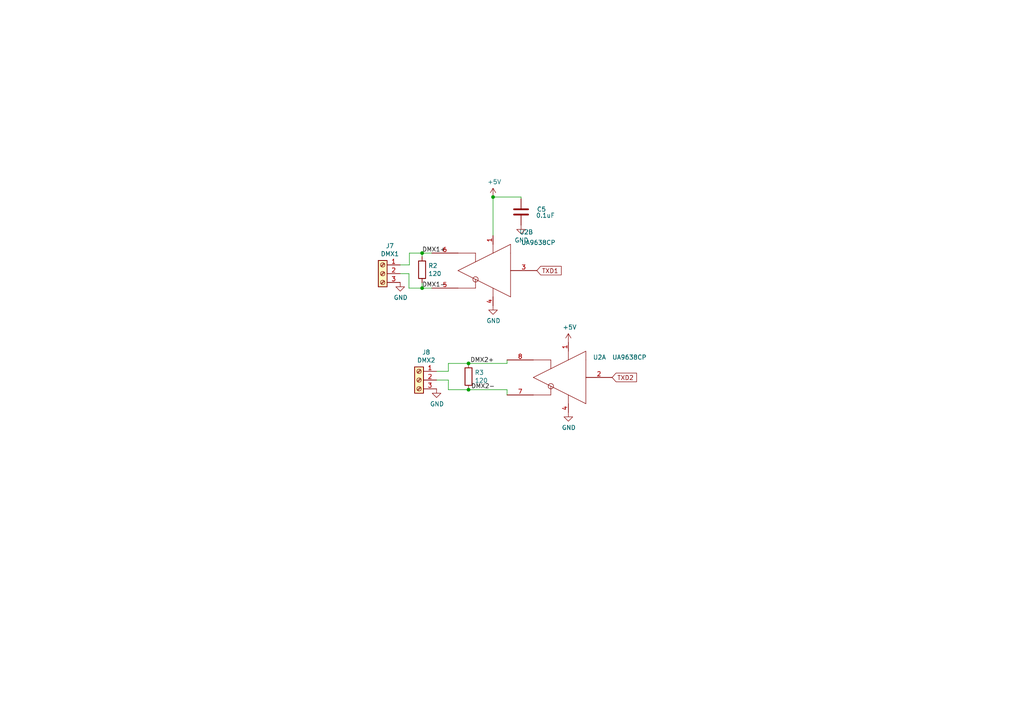
<source format=kicad_sch>
(kicad_sch (version 20211123) (generator eeschema)
  (paper "A4")
  (title_block (title "BBB 16 Expansion") (date "2022-03-11") (rev "v1") (company "Scott Hanson"))
  (lib_symbols
    (symbol "Connector:Screw_Terminal_01x03" (pin_names (offset 1.016) hide)
      (property "Reference" "J" (at 0 5.08 0))
      (property "Value" "Screw_Terminal_01x03" (at 0 -5.08 0))
      (symbol "Screw_Terminal_01x03_1_1"
        (rectangle (start -1.27 3.81) (end 1.27 -3.81) (stroke (width 0.254)) (fill (type background)))
        (circle (center 0 -2.54) (radius 0.635) (stroke (width 0.1524)))
        (polyline (pts (xy -0.5334 -2.2098) (xy 0.3302 -3.048)) (stroke (width 0.1524)))
        (polyline (pts (xy -0.5334 0.3302) (xy 0.3302 -0.508)) (stroke (width 0.1524)))
        (polyline (pts (xy -0.5334 2.8702) (xy 0.3302 2.032)) (stroke (width 0.1524)))
        (polyline (pts (xy -0.3556 -2.032) (xy 0.508 -2.8702)) (stroke (width 0.1524)))
        (polyline (pts (xy -0.3556 0.508) (xy 0.508 -0.3302)) (stroke (width 0.1524)))
        (polyline (pts (xy -0.3556 3.048) (xy 0.508 2.2098)) (stroke (width 0.1524)))
        (circle (center 0 0) (radius 0.635) (stroke (width 0.1524)))
        (circle (center 0 2.54) (radius 0.635) (stroke (width 0.1524)))
        (pin passive line (at -5.08 2.54 0) (length 3.81) (name "Pin_1") (number "1"))
        (pin passive line (at -5.08 0 0) (length 3.81) (name "Pin_2") (number "2"))
        (pin passive line (at -5.08 -2.54 0) (length 3.81) (name "Pin_3") (number "3"))
      )
    )
    (symbol "Device:C" (pin_numbers hide) (pin_names (offset 0.254))
      (property "Reference" "C" (at 0.635 2.54 0))
      (property "Value" "C" (at 0.635 -2.54 0))
      (symbol "C_0_1"
        (polyline (pts (xy -2.032 -0.762) (xy 2.032 -0.762)) (stroke (width 0.508)))
        (polyline (pts (xy -2.032 0.762) (xy 2.032 0.762)) (stroke (width 0.508)))
      )
      (symbol "C_1_1"
        (pin passive line (at 0 3.81 270) (length 2.794) (name "~") (number "1"))
        (pin passive line (at 0 -3.81 90) (length 2.794) (name "~") (number "2"))
      )
    )
    (symbol "Device:R" (pin_numbers hide) (pin_names (offset 0))
      (property "Reference" "R" (at 2.032 0 90))
      (property "Value" "R" (at 0 0 90))
      (symbol "R_0_1"
        (rectangle (start -1.016 -2.54) (end 1.016 2.54) (stroke (width 0.254)))
      )
      (symbol "R_1_1"
        (pin passive line (at 0 3.81 270) (length 1.27) (name "~") (number "1"))
        (pin passive line (at 0 -3.81 90) (length 1.27) (name "~") (number "2"))
      )
    )
    (symbol "ESP32-POE-Olimex:+5V" (power) (pin_names (offset 0))
      (property "Value" "ESP32-POE-Olimex_+5V" (at 0 3.556 0))
      (symbol "+5V_0_1"
        (polyline (pts (xy -0.762 1.27) (xy 0 2.54)))
        (polyline (pts (xy 0 0) (xy 0 2.54)))
        (polyline (pts (xy 0 2.54) (xy 0.762 1.27)))
      )
      (symbol "+5V_1_1"
        (pin power_in line (at 0 0 90) (length 0) hide (name "+5V") (number "1"))
      )
    )
    (symbol "Interface_LineDriver:UA9638CP" (pin_names (offset 1.016) hide)
      (property "Reference" "U" (at -7.62 10.16 0))
      (property "Value" "UA9638CP" (at 2.54 7.62 0))
      (symbol "UA9638CP_0_1"
        (polyline (pts (xy -7.62 5.08) (xy -7.62 -7.62)))
        (polyline (pts (xy -7.62 5.08) (xy -7.62 7.62)))
        (polyline (pts (xy -7.62 7.62) (xy 7.62 0)))
        (polyline (pts (xy -2.54 -5.08) (xy -2.54 -7.62)))
        (polyline (pts (xy -2.54 5.08) (xy -2.54 7.62)))
        (polyline (pts (xy 2.54 -5.08) (xy 7.62 -5.08)))
        (polyline (pts (xy 2.54 -2.54) (xy 2.54 -5.08)))
        (polyline (pts (xy 2.54 5.08) (xy 2.54 2.54)))
        (polyline (pts (xy 7.62 0) (xy -7.62 -7.62)))
        (polyline (pts (xy 7.62 5.08) (xy 2.54 5.08)))
        (circle (center 2.54 -2.54) (radius 0.762))
      )
      (symbol "UA9638CP_1_1"
        (pin power_in line (at -2.54 10.16 270) (length 2.54) (name "VCC") (number "1"))
        (pin input line (at -15.24 0 0) (length 7.62) (name "IN") (number "2"))
        (pin power_in line (at -2.54 -10.16 90) (length 2.54) (name "GND") (number "4"))
        (pin output line (at 15.24 -5.08 180) (length 7.62) (name "OUTA") (number "7"))
        (pin output line (at 15.24 5.08 180) (length 7.62) (name "OUTB") (number "8"))
      )
      (symbol "UA9638CP_2_1"
        (pin power_in line (at -2.54 10.16 270) (length 2.54) (name "VCC") (number "1"))
        (pin input line (at -15.24 0 0) (length 7.62) (name "IN") (number "3"))
        (pin power_in line (at -2.54 -10.16 90) (length 2.54) (name "GND") (number "4"))
        (pin output line (at 15.24 -5.08 180) (length 7.62) (name "OUTA") (number "5"))
        (pin output line (at 15.24 5.08 180) (length 7.62) (name "OUTB") (number "6"))
      )
    )
    (symbol "power:GND" (power) (pin_names (offset 0))
      (property "Value" "GND" (at 0 -3.81 0))
      (symbol "GND_0_1"
        (polyline (pts (xy 0 0) (xy 0 -1.27) (xy 1.27 -1.27) (xy 0 -2.54) (xy -1.27 -1.27) (xy 0 -1.27)))
      )
      (symbol "GND_1_1"
        (pin power_in line (at 0 0 270) (length 0) hide (name "GND") (number "1"))
      )
    )
  )
  (junction (at 135.89 105.41))
  (junction (at 143.002 57.15))
  (junction (at 122.428 83.566))
  (junction (at 122.428 73.406))
  (junction (at 135.89 113.03))
  (wire (pts (xy 151.13 57.15) (xy 151.13 57.658)))
  (wire (pts (xy 130.048 105.41) (xy 135.89 105.41)))
  (wire (pts (xy 122.428 73.406) (xy 125.222 73.406)))
  (wire (pts (xy 130.048 113.03) (xy 135.89 113.03)))
  (wire (pts (xy 147.066 105.41) (xy 147.066 104.394)))
  (wire (pts (xy 122.428 73.406) (xy 122.428 74.422)))
  (wire (pts (xy 118.745 73.406) (xy 118.745 76.835)))
  (wire (pts (xy 126.619 110.236) (xy 130.048 110.236)))
  (wire (pts (xy 122.428 73.406) (xy 118.745 73.406)))
  (wire (pts (xy 130.048 110.236) (xy 130.048 113.03)))
  (wire (pts (xy 135.89 113.03) (xy 147.066 113.03)))
  (wire (pts (xy 118.618 79.375) (xy 116.078 79.375)))
  (wire (pts (xy 143.002 57.15) (xy 151.13 57.15)))
  (wire (pts (xy 118.618 83.566) (xy 118.618 79.375)))
  (wire (pts (xy 147.066 114.554) (xy 147.066 113.03)))
  (wire (pts (xy 130.048 107.696) (xy 126.619 107.696)))
  (wire (pts (xy 118.745 76.835) (xy 116.078 76.835)))
  (wire (pts (xy 122.428 83.566) (xy 118.618 83.566)))
  (wire (pts (xy 122.428 83.566) (xy 125.222 83.566)))
  (wire (pts (xy 143.002 68.326) (xy 143.002 57.15)))
  (wire (pts (xy 135.89 105.41) (xy 147.066 105.41)))
  (wire (pts (xy 122.428 82.042) (xy 122.428 83.566)))
  (wire (pts (xy 130.048 105.41) (xy 130.048 107.696)))
  (label "DMX1+" (at 122.428 73.406 0))
  (label "DMX2+" (at 136.398 105.41 0))
  (label "DMX2-" (at 136.652 113.03 0))
  (label "DMX1-" (at 122.428 83.566 0))
  (global_label "TXD1" (shape input) (at 155.702 78.486 0) (property "Intersheet References" "${INTERSHEET_REFS}" (effects hide)))
  (global_label "TXD2" (shape input) (at 177.546 109.474 0) (property "Intersheet References" "${INTERSHEET_REFS}" (effects hide)))
  (symbol (lib_id "Device:R") (at 135.89 109.22 0) (unit 1)
    (property "Reference" "R3" (at 137.668 108.0516 0) (effects (justify left)))
    (property "Value" "120" (at 137.668 110.363 0) (effects (justify left)))
    (property "Footprint" "Resistor_SMD:R_0603_1608Metric_Pad0.98x0.95mm_HandSolder" (effects hide))
    (property "Digi-Key_PN" "311-120ARCT-ND" (effects hide))
    (property "MPN" "RC0805JR-07120RL" (effects hide))
    (property "LCSC" "C17437" (effects hide))
  )
  (symbol (lib_id "Device:C") (at 151.13 61.468 0) (unit 1)
    (property "Reference" "C5" (at 155.702 60.706 0) (effects (justify left)))
    (property "Value" "0.1uF" (at 155.448 62.484 0) (effects (justify left)))
    (property "Footprint" "Capacitor_SMD:C_0603_1608Metric_Pad1.08x0.95mm_HandSolder" (effects hide))
    (property "Digi-Key_PN" "1276-1007-1-ND" (effects hide))
    (property "MPN" "CC0603KRX7R9BB104" (effects hide))
    (property "LCSC" "C14663" (effects hide))
  )
  (symbol (lib_id "power:GND") (at 151.13 65.278 0) (unit 1)
    (property "Reference" "#PWR045" (effects hide))
    (property "Value" "GND" (at 151.257 69.6722 0))
  )
  (symbol (lib_id "Interface_LineDriver:UA9638CP") (at 162.306 109.474 0) (mirror y) (unit 1)
    (property "Reference" "U2" (at 171.958 103.632 0) (effects (justify right)))
    (property "Value" "UA9638CP" (at 177.546 103.632 0) (effects (justify right)))
    (property "Footprint" "Package_SO:SOIC-8_3.9x4.9mm_P1.27mm" (effects hide))
    (property "Datasheet" "http://www.ti.com/lit/ds/symlink/ua9638.pdf" (effects hide))
    (property "Digi-Key_PN" "296-15058-1-ND" (effects hide))
    (property "MPN" "UA9638CDR" (effects hide))
    (property "LCSC" "C435812" (effects hide))
  )
  (symbol (lib_id "Interface_LineDriver:UA9638CP") (at 140.462 78.486 0) (mirror y) (unit 2)
    (property "Reference" "U2" (at 150.622 67.31 0) (effects (justify right)))
    (property "Value" "UA9638CP" (at 151.13 70.358 0) (effects (justify right)))
    (property "Footprint" "Package_SO:SOIC-8_3.9x4.9mm_P1.27mm" (effects hide))
    (property "Datasheet" "http://www.ti.com/lit/ds/symlink/ua9638.pdf" (effects hide))
    (property "Digi-Key_PN" "296-15058-1-ND" (effects hide))
    (property "MPN" "UA9638CDR" (effects hide))
    (property "LCSC" "C435812" (effects hide))
  )
  (symbol (lib_id "Device:R") (at 122.428 78.232 0) (unit 1)
    (property "Reference" "R2" (at 124.206 77.0636 0) (effects (justify left)))
    (property "Value" "120" (at 124.206 79.375 0) (effects (justify left)))
    (property "Footprint" "Resistor_SMD:R_0603_1608Metric_Pad0.98x0.95mm_HandSolder" (effects hide))
    (property "Digi-Key_PN" "311-120ARCT-ND" (effects hide))
    (property "MPN" "RC0805JR-07120RL" (effects hide))
    (property "LCSC" "C17437" (effects hide))
  )
  (symbol (lib_id "power:GND") (at 164.846 119.634 0) (unit 1)
    (property "Reference" "#PWR047" (effects hide))
    (property "Value" "GND" (at 164.973 124.0282 0))
  )
  (symbol (lib_id "power:GND") (at 143.002 88.646 0) (unit 1)
    (property "Reference" "#PWR044" (effects hide))
    (property "Value" "GND" (at 143.129 93.0402 0))
  )
  (symbol (lib_id "Connector:Screw_Terminal_01x03") (at 110.998 79.375 0) (mirror y) (unit 1)
    (property "Reference" "J7" (at 113.0808 71.3232 0))
    (property "Value" "DMX1" (at 113.0808 73.6346 0))
    (property "Footprint" "Connector_Phoenix_MC:PhoenixContact_MCV_1,5_3-G-3.5_1x03_P3.50mm_Vertical" (effects hide))
    (property "Digi-Key_PN" "277-5737-ND" (effects hide))
    (property "MPN" "WJ15EDGVC-3.5-3P" (effects hide))
    (property "LCSC" "C192778" (effects hide))
  )
  (symbol (lib_id "Connector:Screw_Terminal_01x03") (at 121.539 110.236 0) (mirror y) (unit 1)
    (property "Reference" "J8" (at 123.6218 102.1842 0))
    (property "Value" "DMX2" (at 123.6218 104.4956 0))
    (property "Footprint" "Connector_Phoenix_MC:PhoenixContact_MCV_1,5_3-G-3.5_1x03_P3.50mm_Vertical" (effects hide))
    (property "Digi-Key_PN" "277-5737-ND" (effects hide))
    (property "MPN" "WJ15EDGVC-3.5-3P" (effects hide))
    (property "LCSC" "C192778" (effects hide))
  )
  (symbol (lib_id "power:GND") (at 116.078 81.915 0) (unit 1)
    (property "Reference" "#PWR012" (effects hide))
    (property "Value" "GND" (at 116.205 86.3092 0))
  )
  (symbol (lib_id "power:GND") (at 126.619 112.776 0) (unit 1)
    (property "Reference" "#PWR013" (effects hide))
    (property "Value" "GND" (at 126.746 117.1702 0))
  )
  (symbol (lib_id "ESP32-POE-Olimex:+5V") (at 164.846 99.314 0) (unit 1)
    (property "Reference" "#PWR0126" (effects hide))
    (property "Value" "+5V" (at 165.227 94.9198 0))
  )
  (symbol (lib_id "ESP32-POE-Olimex:+5V") (at 143.002 57.15 0) (unit 1)
    (property "Reference" "#PWR0127" (effects hide))
    (property "Value" "+5V" (at 143.383 52.7558 0))
  )
)
</source>
